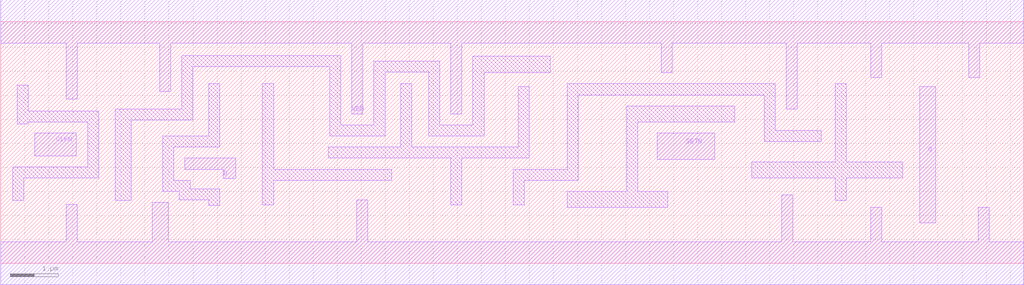
<source format=lef>
# Copyright 2022 GlobalFoundries PDK Authors
#
# Licensed under the Apache License, Version 2.0 (the "License");
# you may not use this file except in compliance with the License.
# You may obtain a copy of the License at
#
#      http://www.apache.org/licenses/LICENSE-2.0
#
# Unless required by applicable law or agreed to in writing, software
# distributed under the License is distributed on an "AS IS" BASIS,
# WITHOUT WARRANTIES OR CONDITIONS OF ANY KIND, either express or implied.
# See the License for the specific language governing permissions and
# limitations under the License.

MACRO gf180mcu_fd_sc_mcu9t5v0__dffnsnq_2
  CLASS core ;
  FOREIGN gf180mcu_fd_sc_mcu9t5v0__dffnsnq_2 0.0 0.0 ;
  ORIGIN 0 0 ;
  SYMMETRY X Y ;
  SITE GF018hv5v_green_sc9 ;
  SIZE 21.28 BY 5.04 ;
  PIN D
    DIRECTION INPUT ;
    ANTENNAGATEAREA 0.854 ;
    PORT
      LAYER Metal1 ;
        POLYGON 3.83 1.96 4.63 1.96 4.63 1.77 4.89 1.77 4.89 2.19 3.83 2.19  ;
    END
  END D
  PIN SETN
    DIRECTION INPUT ;
    ANTENNAGATEAREA 1.854 ;
    PORT
      LAYER Metal1 ;
        POLYGON 13.655 2.165 14.86 2.165 14.86 2.71 13.655 2.71  ;
    END
  END SETN
  PIN CLKN
    DIRECTION INPUT ;
    USE clock ;
    ANTENNAGATEAREA 1.164 ;
    PORT
      LAYER Metal1 ;
        POLYGON 0.71 2.235 1.575 2.235 1.575 2.71 0.71 2.71  ;
    END
  END CLKN
  PIN Q
    DIRECTION OUTPUT ;
    ANTENNADIFFAREA 1.638 ;
    PORT
      LAYER Metal1 ;
        POLYGON 19.12 0.845 19.45 0.845 19.45 3.685 19.12 3.685  ;
    END
  END Q
  PIN VDD
    DIRECTION INOUT ;
    USE power ;
    SHAPE ABUTMENT ;
    PORT
      LAYER Metal1 ;
        POLYGON 0 4.59 1.365 4.59 1.365 3.425 1.595 3.425 1.595 4.59 2.035 4.59 3.305 4.59 3.305 3.58 3.535 3.58 3.535 4.59 7.305 4.59 7.305 3.11 7.535 3.11 7.535 4.59 9.365 4.59 9.365 3.11 9.595 3.11 9.595 4.59 11.435 4.59 13.745 4.59 13.745 3.97 13.975 3.97 13.975 4.59 16.345 4.59 16.345 3.21 16.575 3.21 16.575 4.59 17.07 4.59 18.1 4.59 18.1 3.875 18.33 3.875 18.33 4.59 18.77 4.59 20.14 4.59 20.14 3.875 20.37 3.875 20.37 4.59 21.28 4.59 21.28 5.49 18.77 5.49 17.07 5.49 11.435 5.49 2.035 5.49 0 5.49  ;
    END
  END VDD
  PIN VSS
    DIRECTION INOUT ;
    USE ground ;
    SHAPE ABUTMENT ;
    PORT
      LAYER Metal1 ;
        POLYGON 0 -0.45 21.28 -0.45 21.28 0.45 20.57 0.45 20.57 1.165 20.34 1.165 20.34 0.45 18.33 0.45 18.33 1.165 18.1 1.165 18.1 0.45 16.475 0.45 16.475 1.42 16.245 1.42 16.245 0.45 7.635 0.45 7.635 1.325 7.405 1.325 7.405 0.45 3.49 0.45 3.49 1.27 3.15 1.27 3.15 0.45 1.595 0.45 1.595 1.225 1.365 1.225 1.365 0.45 0 0.45  ;
    END
  END VSS
  OBS
      LAYER Metal1 ;
        POLYGON 0.345 2.9 0.575 2.9 0.575 2.94 1.805 2.94 1.805 2.005 0.245 2.005 0.245 1.315 0.475 1.315 0.475 1.775 2.035 1.775 2.035 3.17 0.575 3.17 0.575 3.71 0.345 3.71  ;
        POLYGON 3.6 2.42 4.555 2.42 4.555 3.75 4.325 3.75 4.325 2.65 3.37 2.65 3.37 1.5 3.715 1.5 3.715 1.32 4.325 1.32 4.325 1.21 4.555 1.21 4.555 1.55 3.94 1.55 3.94 1.73 3.6 1.73  ;
        POLYGON 5.445 1.215 5.675 1.215 5.675 1.73 8.13 1.73 8.13 1.96 5.675 1.96 5.675 3.75 5.445 3.75  ;
        POLYGON 6.81 2.19 9.365 2.19 9.365 1.215 9.595 1.215 9.595 2.19 10.995 2.19 10.995 3.685 10.765 3.685 10.765 2.42 8.555 2.42 8.555 3.75 8.325 3.75 8.325 2.42 6.81 2.42  ;
        POLYGON 2.385 1.315 2.715 1.315 2.715 2.985 3.995 2.985 3.995 4.095 6.845 4.095 6.845 2.65 7.995 2.65 7.995 3.98 8.905 3.98 8.905 2.65 10.055 2.65 10.055 3.975 11.435 3.975 11.435 4.315 9.825 4.315 9.825 2.88 9.135 2.88 9.135 4.21 7.765 4.21 7.765 2.88 7.075 2.88 7.075 4.325 3.765 4.325 3.765 3.215 2.385 3.215  ;
        POLYGON 13.255 2.94 15.275 2.94 15.275 3.28 13.025 3.28 13.025 1.5 11.785 1.5 11.785 1.16 13.875 1.16 13.875 1.5 13.255 1.5  ;
        POLYGON 10.665 1.215 10.895 1.215 10.895 1.73 12.015 1.73 12.015 3.51 15.885 3.51 15.885 2.535 17.07 2.535 17.07 2.765 16.115 2.765 16.115 3.74 11.785 3.74 11.785 1.96 10.665 1.96  ;
        POLYGON 15.625 1.775 17.365 1.775 17.365 1.315 17.595 1.315 17.595 1.775 18.77 1.775 18.77 2.115 17.595 2.115 17.595 3.75 17.365 3.75 17.365 2.115 15.625 2.115  ;
  END
END gf180mcu_fd_sc_mcu9t5v0__dffnsnq_2

</source>
